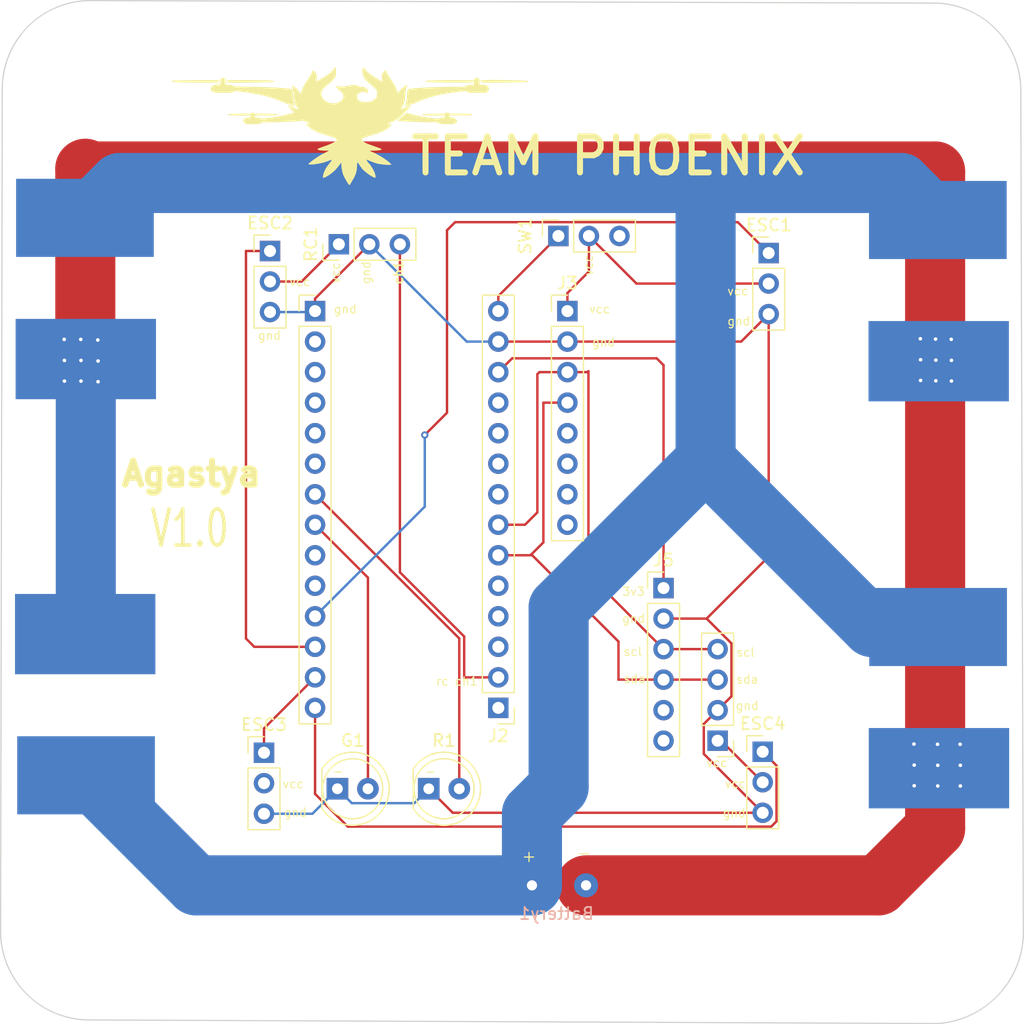
<source format=kicad_pcb>
(kicad_pcb (version 20240108) (generator "pcbnew") (generator_version "8.0")
  (layers (0 "F.Cu" signal) (31 "B.Cu" signal) (34 "B.Paste" user) (35 "F.Paste" user) (36 "B.SilkS" user "B.Silkscreen") (37 "F.SilkS" user "F.Silkscreen") (38 "B.Mask" user) (39 "F.Mask" user) (44 "Edge.Cuts" user))
  (net 0 "")
  (net 1 "5v mc")
  (net 2 "gnd")
  (net 3 "signal 1")
  (net 4 "signal 2")
  (net 5 "signal 3")
  (net 6 "signal 4")
  (net 7 "Net-(G1-A)")
  (net 11 "rc ch1")
  (net 12 "Net-(J1-Pin_7)")
  (net 20 "Net-(J2-Pin_14)")
  (net 22 "scl")
  (net 23 "3V3")
  (net 24 "sda")
  (net 32 "battery +")
  (net 33 "battery -")
  (net 35 "5v")
  (net 36 "5v rc")
  (footprint "LED_THT:LED_D5.0mm_FlatTop" (layer "F.Cu") (at 135.21 119)
    (property "Reference" "R1" (at 1.27 -4.01 0) (layer "F.SilkS"))
    (property "Value" "SFH482" (hide yes))
    (pad "1" thru_hole rect (at 0 0) (size 1.8 1.8) (drill 0.9) (layers "*.Cu" "*.Mask") (net 2 "gnd"))
    (pad "2" thru_hole circle (at 2.54 0) (size 1.8 1.8) (drill 0.9) (layers "*.Cu" "*.Mask") (net 12 "Net-(J1-Pin_7)"))
  )
  (footprint "Connector_PinHeader_2.54mm:PinHeader_1x08_P2.54mm_Vertical" (layer "F.Cu") (at 146.75 79.25)
    (property "Reference" "J3" (at 0 -2.33 0) (layer "F.SilkS"))
    (property "Value" "mpu")
    (pad "1" thru_hole rect (at 0 0) (size 1.7 1.7) (drill 1) (layers "*.Cu" "*.Mask") (net 1 "5v mc"))
    (pad "2" thru_hole oval (at 0 2.54) (size 1.7 1.7) (drill 1) (layers "*.Cu" "*.Mask") (net 2 "gnd"))
    (pad "3" thru_hole oval (at 0 5.08) (size 1.7 1.7) (drill 1) (layers "*.Cu" "*.Mask") (net 22 "scl"))
    (pad "4" thru_hole oval (at 0 7.62) (size 1.7 1.7) (drill 1) (layers "*.Cu" "*.Mask") (net 24 "sda"))
    (pad "5" thru_hole oval (at 0 10.16) (size 1.7 1.7) (drill 1) (layers "*.Cu" "*.Mask"))
    (pad "6" thru_hole oval (at 0 12.7) (size 1.7 1.7) (drill 1) (layers "*.Cu" "*.Mask"))
    (pad "7" thru_hole oval (at 0 15.24) (size 1.7 1.7) (drill 1) (layers "*.Cu" "*.Mask"))
    (pad "8" thru_hole oval (at 0 17.78) (size 1.7 1.7) (drill 1) (layers "*.Cu" "*.Mask"))
  )
  (footprint "MountingHole:MountingHole_4.3mm_M4" (layer "F.Cu") (at 177.05 130.98)
    (property "Reference" "REF**" (hide yes))
    (property "Value" "MountingHole_4.3mm_M4" (hide yes))
    (pad "" np_thru_hole circle (at 0 0) (size 4.3 4.3) (drill 4.3) (layers "F&B.Cu" "*.Mask"))
  )
  (footprint "Connector_PinHeader_2.54mm:PinHeader_1x14_P2.54mm_Vertical" (layer "F.Cu") (at 141 112.27 180)
    (property "Reference" "J2" (at 0 -2.33 180) (layer "F.SilkS"))
    (property "Value" "Conn_01x14_Socket" (hide yes))
    (pad "1" thru_hole rect (at 0 0 180) (size 1.7 1.7) (drill 1) (layers "*.Cu" "*.Mask"))
    (pad "2" thru_hole oval (at 0 2.54 180) (size 1.7 1.7) (drill 1) (layers "*.Cu" "*.Mask") (net 11 "rc ch1"))
    (pad "3" thru_hole oval (at 0 5.08 180) (size 1.7 1.7) (drill 1) (layers "*.Cu" "*.Mask"))
    (pad "4" thru_hole oval (at 0 7.62 180) (size 1.7 1.7) (drill 1) (layers "*.Cu" "*.Mask"))
    (pad "5" thru_hole oval (at 0 10.16 180) (size 1.7 1.7) (drill 1) (layers "*.Cu" "*.Mask"))
    (pad "6" thru_hole oval (at 0 12.7 180) (size 1.7 1.7) (drill 1) (layers "*.Cu" "*.Mask") (net 24 "sda"))
    (pad "7" thru_hole oval (at 0 15.24 180) (size 1.7 1.7) (drill 1) (layers "*.Cu" "*.Mask") (net 22 "scl"))
    (pad "8" thru_hole oval (at 0 17.78 180) (size 1.7 1.7) (drill 1) (layers "*.Cu" "*.Mask"))
    (pad "9" thru_hole oval (at 0 20.32 180) (size 1.7 1.7) (drill 1) (layers "*.Cu" "*.Mask"))
    (pad "10" thru_hole oval (at 0 22.86 180) (size 1.7 1.7) (drill 1) (layers "*.Cu" "*.Mask"))
    (pad "11" thru_hole oval (at 0 25.4 180) (size 1.7 1.7) (drill 1) (layers "*.Cu" "*.Mask"))
    (pad "12" thru_hole oval (at 0 27.94 180) (size 1.7 1.7) (drill 1) (layers "*.Cu" "*.Mask") (net 23 "3V3"))
    (pad "13" thru_hole oval (at 0 30.48 180) (size 1.7 1.7) (drill 1) (layers "*.Cu" "*.Mask") (net 2 "gnd"))
    (pad "14" thru_hole oval (at 0 33.02 180) (size 1.7 1.7) (drill 1) (layers "*.Cu" "*.Mask") (net 20 "Net-(J2-Pin_14)"))
  )
  (footprint "LED_THT:LED_D5.0mm_FlatTop" (layer "F.Cu") (at 127.61 119)
    (property "Reference" "G1" (at 1.27 -4.01 0) (layer "F.SilkS"))
    (property "Value" "SFH482" (hide yes))
    (pad "1" thru_hole rect (at 0 0) (size 1.8 1.8) (drill 0.9) (layers "*.Cu" "*.Mask") (net 2 "gnd"))
    (pad "2" thru_hole circle (at 2.54 0) (size 1.8 1.8) (drill 0.9) (layers "*.Cu" "*.Mask") (net 7 "Net-(G1-A)"))
  )
  (footprint "Connector_PinHeader_2.54mm:PinHeader_1x03_P2.54mm_Vertical" (layer "F.Cu") (at 122 74.25)
    (property "Reference" "ESC2" (at 0 -2.33 0) (layer "F.SilkS"))
    (property "Value" "Conn_01x03_Pin" (hide yes))
    (pad "1" thru_hole rect (at 0 0) (size 1.7 1.7) (drill 1) (layers "*.Cu" "*.Mask") (net 4 "signal 2"))
    (pad "2" thru_hole oval (at 0 2.54) (size 1.7 1.7) (drill 1) (layers "*.Cu" "*.Mask") (net 36 "5v rc"))
    (pad "3" thru_hole oval (at 0 5.08) (size 1.7 1.7) (drill 1) (layers "*.Cu" "*.Mask") (net 2 "gnd"))
  )
  (footprint "Connector_PinHeader_2.54mm:PinHeader_1x14_P2.54mm_Vertical" (layer "F.Cu") (at 125.75 79.25)
    (property "Reference" "J1" (hide yes))
    (property "Value" "Conn_01x14_Socket" (hide yes))
    (pad "1" thru_hole rect (at 0 0) (size 1.7 1.7) (drill 1) (layers "*.Cu" "*.Mask") (net 2 "gnd"))
    (pad "2" thru_hole oval (at 0 2.54) (size 1.7 1.7) (drill 1) (layers "*.Cu" "*.Mask"))
    (pad "3" thru_hole oval (at 0 5.08) (size 1.7 1.7) (drill 1) (layers "*.Cu" "*.Mask"))
    (pad "4" thru_hole oval (at 0 7.62) (size 1.7 1.7) (drill 1) (layers "*.Cu" "*.Mask"))
    (pad "5" thru_hole oval (at 0 10.16) (size 1.7 1.7) (drill 1) (layers "*.Cu" "*.Mask"))
    (pad "6" thru_hole oval (at 0 12.7) (size 1.7 1.7) (drill 1) (layers "*.Cu" "*.Mask"))
    (pad "7" thru_hole oval (at 0 15.24) (size 1.7 1.7) (drill 1) (layers "*.Cu" "*.Mask") (net 12 "Net-(J1-Pin_7)"))
    (pad "8" thru_hole oval (at 0 17.78) (size 1.7 1.7) (drill 1) (layers "*.Cu" "*.Mask") (net 7 "Net-(G1-A)"))
    (pad "9" thru_hole oval (at 0 20.32) (size 1.7 1.7) (drill 1) (layers "*.Cu" "*.Mask"))
    (pad "10" thru_hole oval (at 0 22.86) (size 1.7 1.7) (drill 1) (layers "*.Cu" "*.Mask"))
    (pad "11" thru_hole oval (at 0 25.4) (size 1.7 1.7) (drill 1) (layers "*.Cu" "*.Mask") (net 3 "signal 1"))
    (pad "12" thru_hole oval (at 0 27.94) (size 1.7 1.7) (drill 1) (layers "*.Cu" "*.Mask") (net 4 "signal 2"))
    (pad "13" thru_hole oval (at 0 30.48) (size 1.7 1.7) (drill 1) (layers "*.Cu" "*.Mask") (net 5 "signal 3"))
    (pad "14" thru_hole oval (at 0 33.02) (size 1.7 1.7) (drill 1) (layers "*.Cu" "*.Mask") (net 6 "signal 4"))
  )
  (footprint "Connector_PinSocket_2.54mm:PinSocket_1x03_P2.54mm_Vertical" (layer "F.Cu") (at 146 73 90)
    (property "Reference" "SW1" (at 0 -2.77 -90) (layer "F.SilkS"))
    (property "Value" "SW_SPST" (hide yes))
    (pad "1" thru_hole rect (at 0 0 90) (size 1.7 1.7) (drill 1) (layers "*.Cu" "*.Mask") (net 20 "Net-(J2-Pin_14)"))
    (pad "2" thru_hole oval (at 0 2.54 90) (size 1.7 1.7) (drill 1) (layers "*.Cu" "*.Mask") (net 1 "5v mc"))
    (pad "3" thru_hole oval (at 0 5.08 90) (size 1.7 1.7) (drill 1) (layers "*.Cu" "*.Mask"))
  )
  (footprint "Connector_PinHeader_2.54mm:PinHeader_1x06_P2.54mm_Vertical" (layer "F.Cu") (at 154.75 102.3)
    (property "Reference" "J5" (at 0 -2.33 0) (layer "F.SilkS"))
    (property "Value" "barometer")
    (pad "1" thru_hole rect (at 0 0) (size 1.7 1.7) (drill 1) (layers "*.Cu" "*.Mask") (net 23 "3V3"))
    (pad "2" thru_hole oval (at 0 2.54) (size 1.7 1.7) (drill 1) (layers "*.Cu" "*.Mask") (net 2 "gnd"))
    (pad "3" thru_hole oval (at 0 5.08) (size 1.7 1.7) (drill 1) (layers "*.Cu" "*.Mask") (net 22 "scl"))
    (pad "4" thru_hole oval (at 0 7.62) (size 1.7 1.7) (drill 1) (layers "*.Cu" "*.Mask") (net 24 "sda"))
    (pad "5" thru_hole oval (at 0 10.16) (size 1.7 1.7) (drill 1) (layers "*.Cu" "*.Mask"))
    (pad "6" thru_hole oval (at 0 12.7) (size 1.7 1.7) (drill 1) (layers "*.Cu" "*.Mask"))
  )
  (footprint "Connector_PinHeader_2.54mm:PinHeader_1x03_P2.54mm_Vertical" (layer "F.Cu") (at 163 115.92)
    (property "Reference" "ESC4" (at 0 -2.33 0) (layer "F.SilkS"))
    (property "Value" "Conn_01x03_Pin" (hide yes))
    (pad "1" thru_hole rect (at 0 0) (size 1.7 1.7) (drill 1) (layers "*.Cu" "*.Mask") (net 6 "signal 4"))
    (pad "2" thru_hole oval (at 0 2.54) (size 1.7 1.7) (drill 1) (layers "*.Cu" "*.Mask") (net 35 "5v"))
    (pad "3" thru_hole oval (at 0 5.08) (size 1.7 1.7) (drill 1) (layers "*.Cu" "*.Mask") (net 2 "gnd"))
  )
  (footprint "MountingHole:MountingHole_4.3mm_M4" (layer "F.Cu") (at 177.13 60.87)
    (property "Reference" "REF**" (hide yes))
    (property "Value" "MountingHole_4.3mm_M4" (hide yes))
    (pad "" np_thru_hole circle (at 0 0) (size 4.3 4.3) (drill 4.3) (layers "F&B.Cu" "*.Mask"))
  )
  (footprint "MountingHole:MountingHole_4.3mm_M4" (layer "F.Cu") (at 107 131)
    (property "Reference" "REF**" (hide yes))
    (property "Value" "MountingHole_4.3mm_M4" (hide yes))
    (pad "" np_thru_hole circle (at 0 0) (size 4.3 4.3) (drill 4.3) (layers "*.Cu" "*.Mask"))
  )
  (footprint "MountingHole:MountingHole_4.3mm_M4" (layer "F.Cu") (at 107.02 60.81)
    (property "Reference" "REF**" (hide yes))
    (property "Value" "MountingHole_4.3mm_M4" (hide yes))
    (pad "" np_thru_hole circle (at 0 0) (size 4.3 4.3) (drill 4.3) (layers "F&B.Cu" "*.Mask"))
  )
  (footprint "Connector_PinHeader_2.54mm:PinHeader_1x03_P2.54mm_Vertical" (layer "F.Cu") (at 163.5 74.42)
    (property "Reference" "ESC1" (at 0 -2.33 0) (layer "F.SilkS"))
    (property "Value" "Conn_01x03_Pin" (hide yes))
    (pad "1" thru_hole rect (at 0 0) (size 1.7 1.7) (drill 1) (layers "*.Cu" "*.Mask") (net 3 "signal 1"))
    (pad "2" thru_hole oval (at 0 2.54) (size 1.7 1.7) (drill 1) (layers "*.Cu" "*.Mask") (net 1 "5v mc"))
    (pad "3" thru_hole oval (at 0 5.08) (size 1.7 1.7) (drill 1) (layers "*.Cu" "*.Mask") (net 2 "gnd"))
  )
  (footprint "Connector_PinHeader_2.54mm:PinHeader_1x03_P2.54mm_Vertical" (layer "F.Cu") (at 121.5 116)
    (property "Reference" "ESC3" (at 0 -2.33 0) (layer "F.SilkS"))
    (property "Value" "Conn_01x03_Pin" (hide yes))
    (pad "1" thru_hole rect (at 0 0) (size 1.7 1.7) (drill 1) (layers "*.Cu" "*.Mask") (net 5 "signal 3"))
    (pad "2" thru_hole oval (at 0 2.54) (size 1.7 1.7) (drill 1) (layers "*.Cu" "*.Mask"))
    (pad "3" thru_hole oval (at 0 5.08) (size 1.7 1.7) (drill 1) (layers "*.Cu" "*.Mask") (net 2 "gnd"))
  )
  (footprint "Connector_PinHeader_2.54mm:PinHeader_1x04_P2.54mm_Vertical" (layer "F.Cu") (at 159.25 115 180)
    (property "Reference" "J6" (hide yes))
    (property "Value" "display")
    (pad "1" thru_hole rect (at 0 0 180) (size 1.7 1.7) (drill 1) (layers "*.Cu" "*.Mask") (net 35 "5v"))
    (pad "2" thru_hole oval (at 0 2.54 180) (size 1.7 1.7) (drill 1) (layers "*.Cu" "*.Mask") (net 2 "gnd"))
    (pad "3" thru_hole oval (at 0 5.08 180) (size 1.7 1.7) (drill 1) (layers "*.Cu" "*.Mask") (net 24 "sda"))
    (pad "4" thru_hole oval (at 0 7.62 180) (size 1.7 1.7) (drill 1) (layers "*.Cu" "*.Mask") (net 22 "scl"))
  )
  (footprint "LOGO" (layer "F.Cu") (at 128.68 63.79)
    (property "Reference" "G***" (hide yes))
    (property "Value" "LOGO" (hide yes))
  )
  (footprint "Connector_PinHeader_2.54mm:PinHeader_1x03_P2.54mm_Vertical" (layer "F.Cu") (at 127.73 73.69 90)
    (property "Reference" "RC1" (at 0 -2.33 -90) (layer "F.SilkS"))
    (property "Value" "Conn_01x03_Pin" (hide yes))
    (pad "1" thru_hole rect (at 0 0 90) (size 1.7 1.7) (drill 1) (layers "*.Cu" "*.Mask") (net 36 "5v rc"))
    (pad "2" thru_hole oval (at 0 2.54 90) (size 1.7 1.7) (drill 1) (layers "*.Cu" "*.Mask") (net 2 "gnd"))
    (pad "3" thru_hole oval (at 0 5.08 90) (size 1.7 1.7) (drill 1) (layers "*.Cu" "*.Mask") (net 11 "rc ch1"))
  )
  (footprint "Library:battery connector banana" (layer "B.Cu") (at 105.33 76.74 -90)
    (property "Reference" "power_ESC2" (hide yes))
    (property "Value" "Conn_01x02_Socket" (hide yes))
    (pad "1" smd rect (at -5.25 -1.27 270) (size 6.5 11.46) (layers "B.Cu" "B.Paste" "B.Mask") (net 32 "battery +"))
    (pad "2" smd rect (at 6.5 -1.34125 270) (size 6.68375 11.6825) (layers "B.Cu" "B.Paste" "B.Mask") (net 33 "battery -"))
  )
  (footprint "Library:battery connector banana" (layer "B.Cu") (at 176.32875 110.789063 -90)
    (property "Reference" "power_ESC4" (hide yes))
    (property "Value" "Conn_01x02_Socket" (hide yes))
    (pad "1" smd rect (at -5.25 -1.27 270) (size 6.5 11.46) (layers "B.Cu" "B.Paste" "B.Mask") (net 32 "battery +"))
    (pad "2" smd rect (at 6.5 -1.34125 270) (size 6.68375 11.6825) (layers "B.Cu" "B.Paste" "B.Mask") (net 33 "battery -"))
  )
  (footprint "Connector_Wire:SolderWire-0.25sqmm_1x02_P4.5mm_D0.65mm_OD2mm" (layer "B.Cu") (at 143.8 127.04)
    (property "Reference" "Battery1" (at 2.03 2.35 0) (layer "B.SilkS") (effects (justify mirror)))
    (property "Value" "Conn_01x02_Socket" (hide yes))
    (pad "1" thru_hole roundrect (at 0 0) (size 2 2) (drill 0.85) (layers "*.Cu" "*.Mask") (roundrect_rratio 0.125) (net 32 "battery +"))
    (pad "2" thru_hole circle (at 4.5 0) (size 2 2) (drill 0.85) (layers "*.Cu" "*.Mask") (net 33 "battery -"))
  )
  (footprint "Library:battery connector banana" (layer "B.Cu") (at 176.3075 76.918126 -90)
    (property "Reference" "power_ESC3" (hide yes))
    (property "Value" "Conn_01x02_Socket" (hide yes))
    (pad "1" smd rect (at -5.25 -1.27 270) (size 6.5 11.46) (layers "B.Cu" "B.Paste" "B.Mask") (net 32 "battery +"))
    (pad "2" smd rect (at 6.5 -1.34125 270) (size 6.68375 11.6825) (layers "B.Cu" "B.Paste" "B.Mask") (net 33 "battery -"))
  )
  (footprint "Library:battery connector banana" (layer "B.Cu") (at 107.96125 112.630938 90)
    (property "Reference" "power_ESC1" (hide yes))
    (property "Value" "Conn_01x02_Socket" (hide yes))
    (pad "1" smd rect (at -5.25 -1.27 90) (size 6.5 11.46) (layers "B.Cu" "B.Paste" "B.Mask") (net 32 "battery +"))
    (pad "2" smd rect (at 6.5 -1.34125 90) (size 6.68375 11.6825) (layers "B.Cu" "B.Paste" "B.Mask") (net 33 "battery -"))
  )
  (gr_line (start 106.950755 53.410752) (end 177.209489 53.61934) (stroke (width 0.1)) (layer "Edge.Cuts"))
  (gr_arc (start 106.97 138.240241) (mid 101.765566 136.09686) (end 99.580001 130.91) (stroke (width 0.1)) (layer "Edge.Cuts"))
  (gr_line (start 184.48 60.74) (end 184.69 130.86) (stroke (width 0.1)) (layer "Edge.Cuts"))
  (gr_line (start 106.97 138.240243) (end 177.57 138.54) (stroke (width 0.1)) (layer "Edge.Cuts"))
  (gr_arc (start 184.698256 130.859957) (mid 182.653167 136.109879) (end 177.57 138.54) (stroke (width 0.1)) (layer "Edge.Cuts"))
  (gr_line (start 99.719282 60.910014) (end 99.58 130.91) (stroke (width 0.1)) (layer "Edge.Cuts"))
  (gr_arc (start 99.721683 60.909961) (mid 101.775487 55.655845) (end 106.950755 53.410752) (stroke (width 0.1)) (layer "Edge.Cuts"))
  (gr_arc (start 177.209488 53.618862) (mid 182.303857 55.689712) (end 184.48 60.74) (stroke (width 0.1)) (layer "Edge.Cuts"))
  (gr_text "rc ch1" (at 135.75 110.47 0) (layer "F.SilkS") (effects (font (size 0.7 0.7) (thickness 0.1)) (justify left bottom)))
  (gr_text "vcc\n" (at 123 119.01 0) (layer "F.SilkS") (effects (font (size 0.7 0.7) (thickness 0.1)) (justify left bottom)))
  (gr_text "gnd" (at 160 80.5 0) (layer "F.SilkS") (effects (font (size 0.7 0.7) (thickness 0.1)) (justify left bottom)))
  (gr_text "gnd" (at 130.41 77.07 90) (layer "F.SilkS") (effects (font (size 0.7 0.7) (thickness 0.1)) (justify left bottom)))
  (gr_text "vcc\n" (at 148.5 79.5 0) (layer "F.SilkS") (effects (font (size 0.7 0.7) (thickness 0.1)) (justify left bottom)))
  (gr_text "vcc\n" (at 127.87 77.01 90) (layer "F.SilkS") (effects (font (size 0.7 0.7) (thickness 0.1)) (justify left bottom)))
  (gr_text "V1.0" (at 111.88 99.1 0) (layer "F.SilkS") (effects (font (size 3 2) (thickness 0.3)) (justify left bottom)))
  (gr_text "gnd" (at 159.62 121.43 0) (layer "F.SilkS") (effects (font (size 0.7 0.7) (thickness 0.1)) (justify left bottom)))
  (gr_text "gnd" (at 148.75 82.25 0) (layer "F.SilkS") (effects (font (size 0.7 0.7) (thickness 0.1)) (justify left bottom)))
  (gr_text "3v3" (at 151.25 103 0) (layer "F.SilkS") (effects (font (size 0.7 0.7) (thickness 0.1)) (justify left bottom)))
  (gr_text "-" (at 147.47 124.93 0) (layer "F.SilkS") (effects (font (size 1 1) (thickness 0.1)) (justify left bottom)))
  (gr_text "gnd" (at 120.94 81.69 0) (layer "F.SilkS") (effects (font (size 0.7 0.7) (thickness 0.1)) (justify left bottom)))
  (gr_text "TEAM PHOENIX" (at 133.47 68.1 0) (layer "F.SilkS") (effects (font (size 3 3) (thickness 0.5) (bold yes)) (justify left bottom)))
  (gr_text "vcc\n" (at 159.79 119 0) (layer "F.SilkS") (effects (font (size 0.7 0.7) (thickness 0.1)) (justify left bottom)))
  (gr_text "gnd" (at 127.25 79.5 0) (layer "F.SilkS") (effects (font (size 0.7 0.7) (thickness 0.1)) (justify left bottom)))
  (gr_text "-" (at 134.86 117.98 0) (layer "F.SilkS") (effects (font (size 0.7 0.7) (thickness 0.1)) (justify left bottom)))
  (gr_text "scl\n\nsda" (at 160.74 110.31 0) (layer "F.SilkS") (effects (font (size 0.7 0.7) (thickness 0.1)) (justify left bottom)))
  (gr_text "+" (at 142.87 125.19 0) (layer "F.SilkS") (effects (font (size 1 1) (thickness 0.1)) (justify left bottom)))
  (gr_text "scl\n\nsda" (at 151.37 110.26 0) (layer "F.SilkS") (effects (font (size 0.7 0.7) (thickness 0.1)) (justify left bottom)))
  (gr_text "vcc\n" (at 148.92 76.37 90) (layer "F.SilkS") (effects (font (size 0.7 0.7) (thickness 0.1)) (justify left bottom)))
  (gr_text "vcc\n" (at 158.25 117.25 0) (layer "F.SilkS") (effects (font (size 0.7 0.7) (thickness 0.1)) (justify left bottom)))
  (gr_text "vcc\n" (at 123.55 77.22 0) (layer "F.SilkS") (effects (font (size 0.7 0.7) (thickness 0.1)) (justify left bottom)))
  (gr_text "gnd" (at 123.1 121.38 0) (layer "F.SilkS") (effects (font (size 0.7 0.7) (thickness 0.1)) (justify left bottom)))
  (gr_text "vcc\n" (at 160 78 0) (layer "F.SilkS") (effects (font (size 0.7 0.7) (thickness 0.1)) (justify left bottom)))
  (gr_text "Agastya" (at 109.42 93.96 0) (layer "F.SilkS") (effects (font (size 2 2) (thickness 0.5) (bold yes)) (justify left bottom)))
  (gr_text "gnd" (at 160.7 112.5 0) (layer "F.SilkS") (effects (font (size 0.7 0.7) (thickness 0.1)) (justify left bottom)))
  (gr_text "ch1" (at 133.11 77.1 90) (layer "F.SilkS") (effects (font (size 0.7 0.7)) (justify left bottom)))
  (gr_text "-" (at 127.17 117.96 0) (layer "F.SilkS") (effects (font (size 0.7 0.7) (thickness 0.1)) (justify left bottom)))
  (gr_text "gnd" (at 151.25 105.25 0) (layer "F.SilkS") (effects (font (size 0.7 0.7) (thickness 0.1)) (justify left bottom)))
  (segment (start 148.54 73) (end 152.5 76.96) (width 0.2) (layer "F.Cu") (net 1))
  (segment (start 146.75 79.25) (end 146.75 77.75) (width 0.2) (layer "F.Cu") (net 1))
  (segment (start 148.54 75.96) (end 148.54 73) (width 0.2) (layer "F.Cu") (net 1))
  (segment (start 152.5 76.96) (end 163.5 76.96) (width 0.2) (layer "F.Cu") (net 1))
  (segment (start 146.75 77.75) (end 148.54 75.96) (width 0.2) (layer "F.Cu") (net 1))
  (segment (start 163.5 79.5) (end 161.21 81.79) (width 0.2) (layer "F.Cu") (net 2))
  (segment (start 163 121) (end 158.1 116.1) (width 0.2) (layer "F.Cu") (net 2))
  (segment (start 141 81.79) (end 146.75 81.79) (width 0.2) (layer "F.Cu") (net 2))
  (segment (start 158.336346 104.84) (end 154.75 104.84) (width 0.2) (layer "F.Cu") (net 2))
  (segment (start 125.75 78.21) (end 125.75 79.25) (width 0.2) (layer "F.Cu") (net 2))
  (segment (start 137.21 121) (end 163 121) (width 0.2) (layer "F.Cu") (net 2))
  (segment (start 160.4 106.903654) (end 158.336346 104.84) (width 0.2) (layer "F.Cu") (net 2))
  (segment (start 158.1 113.61) (end 159.25 112.46) (width 0.2) (layer "F.Cu") (net 2))
  (segment (start 158.1 116.1) (end 158.1 113.61) (width 0.2) (layer "F.Cu") (net 2))
  (segment (start 159.25 112.46) (end 160.4 111.31) (width 0.2) (layer "F.Cu") (net 2))
  (segment (start 163.5 79.5) (end 163.5 99.676346) (width 0.2) (layer "F.Cu") (net 2))
  (segment (start 163.5 99.676346) (end 158.336346 104.84) (width 0.2) (layer "F.Cu") (net 2))
  (segment (start 160.4 111.31) (end 160.4 106.903654) (width 0.2) (layer "F.Cu") (net 2))
  (segment (start 130.27 73.69) (end 125.75 78.21) (width 0.2) (layer "F.Cu") (net 2))
  (segment (start 161.21 81.79) (end 146.75 81.79) (width 0.2) (layer "F.Cu") (net 2))
  (segment (start 135.21 119) (end 137.21 121) (width 0.2) (layer "F.Cu") (net 2))
  (segment (start 128.81 120.2) (end 134.01 120.2) (width 0.2) (layer "B.Cu") (net 2))
  (segment (start 121.5 121.08) (end 125.53 121.08) (width 0.2) (layer "B.Cu") (net 2))
  (segment (start 122 79.33) (end 125.67 79.33) (width 0.2) (layer "B.Cu") (net 2))
  (segment (start 134.01 120.2) (end 135.21 119) (width 0.2) (layer "B.Cu") (net 2))
  (segment (start 130.27 73.69) (end 138.37 81.79) (width 0.2) (layer "B.Cu") (net 2))
  (segment (start 125.53 121.08) (end 127.61 119) (width 0.2) (layer "B.Cu") (net 2))
  (segment (start 138.37 81.79) (end 141 81.79) (width 0.2) (layer "B.Cu") (net 2))
  (segment (start 127.61 119) (end 128.81 120.2) (width 0.2) (layer "B.Cu") (net 2))
  (segment (start 136.73 72.523654) (end 136.73 87.71) (width 0.2) (layer "F.Cu") (net 3))
  (segment (start 160.93 71.85) (end 137.403654 71.85) (width 0.2) (layer "F.Cu") (net 3))
  (segment (start 163.5 74.42) (end 160.93 71.85) (width 0.2) (layer "F.Cu") (net 3))
  (segment (start 136.73 87.71) (end 134.88 89.56) (width 0.2) (layer "F.Cu") (net 3))
  (segment (start 137.403654 71.85) (end 136.73 72.523654) (width 0.2) (layer "F.Cu") (net 3))
  (via (at 134.88 89.56) (size 0.6) (drill 0.3) (layers "F.Cu" "B.Cu") (net 3))
  (segment (start 134.88 89.56) (end 134.88 95.52) (width 0.2) (layer "B.Cu") (net 3))
  (segment (start 134.88 95.52) (end 125.75 104.65) (width 0.2) (layer "B.Cu") (net 3))
  (segment (start 120 74.25) (end 120 106.5) (width 0.2) (layer "F.Cu") (net 4))
  (segment (start 120.69 107.19) (end 125.75 107.19) (width 0.2) (layer "F.Cu") (net 4))
  (segment (start 120 106.5) (end 120.69 107.19) (width 0.2) (layer "F.Cu") (net 4))
  (segment (start 122 74.25) (end 120 74.25) (width 0.2) (layer "F.Cu") (net 4))
  (segment (start 121.5 116) (end 121.5 113.98) (width 0.2) (layer "F.Cu") (net 5))
  (segment (start 121.5 113.98) (end 125.75 109.73) (width 0.2) (layer "F.Cu") (net 5))
  (segment (start 164.15 117.07) (end 164.15 121.71) (width 0.2) (layer "F.Cu") (net 6))
  (segment (start 125.75 119.43) (end 125.75 112.27) (width 0.2) (layer "F.Cu") (net 6))
  (segment (start 164.15 121.71) (end 163.71 122.15) (width 0.2) (layer "F.Cu") (net 6))
  (segment (start 128.47 122.15) (end 125.75 119.43) (width 0.2) (layer "F.Cu") (net 6))
  (segment (start 163 115.92) (end 164.15 117.07) (width 0.2) (layer "F.Cu") (net 6))
  (segment (start 163.71 122.15) (end 128.47 122.15) (width 0.2) (layer "F.Cu") (net 6))
  (segment (start 130.15 101.43) (end 125.75 97.03) (width 0.2) (layer "F.Cu") (net 7))
  (segment (start 130.15 119) (end 130.15 101.43) (width 0.2) (layer "F.Cu") (net 7))
  (segment (start 132.81 100.984314) (end 138.16 106.334314) (width 0.2) (layer "F.Cu") (net 11))
  (segment (start 138.16 106.334314) (end 138.16 109.75) (width 0.2) (layer "F.Cu") (net 11))
  (segment (start 138.16 109.75) (end 138.18 109.73) (width 0.2) (layer "F.Cu") (net 11))
  (segment (start 132.81 73.69) (end 132.81 100.984314) (width 0.2) (layer "F.Cu") (net 11))
  (segment (start 138.18 109.73) (end 141 109.73) (width 0.2) (layer "F.Cu") (net 11))
  (segment (start 137.75 119) (end 137.75 106.49) (width 0.2) (layer "F.Cu") (net 12))
  (segment (start 137.75 106.49) (end 125.75 94.49) (width 0.2) (layer "F.Cu") (net 12))
  (segment (start 141 78) (end 146 73) (width 0.2) (layer "F.Cu") (net 20))
  (segment (start 141 79.25) (end 141 78) (width 0.2) (layer "F.Cu") (net 20))
  (segment (start 143.22 97.03) (end 141 97.03) (width 0.2) (layer "F.Cu") (net 22))
  (segment (start 144.42 84.33) (end 144.25 84.5) (width 0.2) (layer "F.Cu") (net 22))
  (segment (start 159.25 107.38) (end 154.75 107.38) (width 0.2) (layer "F.Cu") (net 22))
  (segment (start 144.25 84.5) (end 144.25 96) (width 0.2) (layer "F.Cu") (net 22))
  (segment (start 146.75 84.33) (end 144.42 84.33) (width 0.2) (layer "F.Cu") (net 22))
  (segment (start 144.25 96) (end 143.22 97.03) (width 0.2) (layer "F.Cu") (net 22))
  (segment (start 148.5 84.25) (end 148.5 101.13) (width 0.2) (layer "F.Cu") (net 22))
  (segment (start 146.75 84.33) (end 148.42 84.33) (width 0.2) (layer "F.Cu") (net 22))
  (segment (start 148.42 84.33) (end 148.5 84.25) (width 0.2) (layer "F.Cu") (net 22))
  (segment (start 148.5 101.13) (end 154.75 107.38) (width 0.2) (layer "F.Cu") (net 22))
  (segment (start 154.75 83.75) (end 154.18 83.18) (width 0.2) (layer "F.Cu") (net 23))
  (segment (start 154.18 83.18) (end 142.15 83.18) (width 0.2) (layer "F.Cu") (net 23))
  (segment (start 154.75 102.3) (end 154.75 83.75) (width 0.2) (layer "F.Cu") (net 23))
  (segment (start 142.15 83.18) (end 141 84.33) (width 0.2) (layer "F.Cu") (net 23))
  (segment (start 144.75 86.87) (end 144.75 98.5) (width 0.2) (layer "F.Cu") (net 24))
  (segment (start 151 109.92) (end 154.75 109.92) (width 0.2) (layer "F.Cu") (net 24))
  (segment (start 144.75 98.5) (end 143.75 99.5) (width 0.2) (layer "F.Cu") (net 24))
  (segment (start 143.75 99.5) (end 143.68 99.57) (width 0.2) (layer "F.Cu") (net 24))
  (segment (start 146.75 86.87) (end 144.75 86.87) (width 0.2) (layer "F.Cu") (net 24))
  (segment (start 143.75 99.5) (end 151 106.75) (width 0.2) (layer "F.Cu") (net 24))
  (segment (start 143.68 99.57) (end 141 99.57) (width 0.2) (layer "F.Cu") (net 24))
  (segment (start 151 106.75) (end 151 109.92) (width 0.2) (layer "F.Cu") (net 24))
  (segment (start 159.25 109.92) (end 154.75 109.92) (width 0.2) (layer "F.Cu") (net 24))
  (segment (start 143.8 121.08) (end 143.8 127.04) (width 5) (layer "B.Cu") (net 32))
  (segment (start 177.5775 71.668126) (end 174.499374 68.59) (width 5) (layer "B.Cu") (net 32))
  (segment (start 158.25 68.59) (end 158.25 91.7) (width 5) (layer "B.Cu") (net 32))
  (segment (start 115.850312 127.04) (end 143.8 127.04) (width 5) (layer "B.Cu") (net 32))
  (segment (start 109.5 68.59) (end 158.25 68.59) (width 5) (layer "B.Cu") (net 32))
  (segment (start 174.499374 68.59) (end 158.25 68.59) (width 5) (layer "B.Cu") (net 32))
  (segment (start 172.089063 105.539063) (end 158.25 91.7) (width 5) (layer "B.Cu") (net 32))
  (segment (start 158.25 91.7) (end 146.02 103.93) (width 5) (layer "B.Cu") (net 32))
  (segment (start 146.02 103.93) (end 146.02 118.86) (width 5) (layer "B.Cu") (net 32))
  (segment (start 106.6 71.49) (end 109.5 68.59) (width 5) (layer "B.Cu") (net 32))
  (segment (start 106.69125 117.880938) (end 115.850312 127.04) (width 5) (layer "B.Cu") (net 32))
  (segment (start 146.02 118.86) (end 143.8 121.08) (width 5) (layer "B.Cu") (net 32))
  (segment (start 177.59875 105.539063) (end 172.089063 105.539063) (width 5) (layer "B.Cu") (net 32))
  (segment (start 177.35 67.63) (end 177.35 122.31) (width 5) (layer "F.Cu") (net 33))
  (segment (start 172.62 127.04) (end 148.3 127.04) (width 5) (layer "F.Cu") (net 33))
  (segment (start 106.85 67.63) (end 177.35 67.63) (width 5) (layer "F.Cu") (net 33))
  (segment (start 106.63 84.11) (end 106.63 67.41) (width 5) (layer "F.Cu") (net 33))
  (segment (start 106.63 67.41) (end 106.85 67.63) (width 5) (layer "F.Cu") (net 33))
  (segment (start 177.35 122.31) (end 172.62 127.04) (width 5) (layer "F.Cu") (net 33))
  (via (at 178.69 81.6) (size 0.6) (drill 0.3) (layers "F.Cu" "B.Cu") (net 33))
  (via (at 107.69 85.124899) (size 0.6) (drill 0.3) (layers "F.Cu" "B.Cu") (net 33))
  (via (at 177.55 115.3) (size 0.6) (drill 0.3) (layers "F.Cu" "B.Cu") (net 33))
  (via (at 106.27 83.354899) (size 0.6) (drill 0.3) (layers "F.Cu" "B.Cu") (net 33))
  (via (at 177.39 81.58) (size 0.6) (drill 0.3) (layers "F.Cu" "B.Cu") (net 33))
  (via (at 179.45 118.77) (size 0.6) (drill 0.3) (layers "F.Cu" "B.Cu") (net 33))
  (via (at 175.61 117.03) (size 0.6) (drill 0.3) (layers "F.Cu" "B.Cu") (net 33))
  (via (at 106.25 81.604899) (size 0.6) (drill 0.3) (layers "F.Cu" "B.Cu") (net 33))
  (via (at 176.12 81.55) (size 0.6) (drill 0.3) (layers "F.Cu" "B.Cu") (net 33))
  (via (at 178.71 85.07) (size 0.6) (drill 0.3) (layers "F.Cu" "B.Cu") (net 33))
  (via (at 176.14 85.02) (size 0.6) (drill 0.3) (layers "F.Cu" "B.Cu") (net 33))
  (via (at 104.89 83.354899) (size 0.6) (drill 0.3) (layers "F.Cu" "B.Cu") (net 33))
  (via (at 107.67 81.654899) (size 0.6) (drill 0.3) (layers "F.Cu" "B.Cu") (net 33))
  (via (at 179.45 117.05) (size 0.6) (drill 0.3) (layers "F.Cu" "B.Cu") (net 33))
  (via (at 176.14 83.3) (size 0.6) (drill 0.3) (layers "F.Cu" "B.Cu") (net 33))
  (via (at 104.87 81.604899) (size 0.6) (drill 0.3) (layers "F.Cu" "B.Cu") (net 33))
  (via (at 107.69 83.404899) (size 0.6) (drill 0.3) (layers "F.Cu" "B.Cu") (net 33))
  (via (at 177.41 85.05) (size 0.6) (drill 0.3) (layers "F.Cu" "B.Cu") (net 33))
  (via (at 179.43 115.3) (size 0.6) (drill 0.3) (layers "F.Cu" "B.Cu") (net 33))
  (via (at 175.61 118.75) (size 0.6) (drill 0.3) (layers "F.Cu" "B.Cu") (net 33))
  (via (at 106.27 85.074899) (size 0.6) (drill 0.3) (layers "F.Cu" "B.Cu") (net 33))
  (via (at 178.71 83.35) (size 0.6) (drill 0.3) (layers "F.Cu" "B.Cu") (net 33))
  (via (at 177.57 117.05) (size 0.6) (drill 0.3) (layers "F.Cu" "B.Cu") (net 33))
  (via (at 177.41 83.33) (size 0.6) (drill 0.3) (layers "F.Cu" "B.Cu") (net 33))
  (via (at 104.89 85.074899) (size 0.6) (drill 0.3) (layers "F.Cu" "B.Cu") (net 33))
  (via (at 175.59 115.28) (size 0.6) (drill 0.3) (layers "F.Cu" "B.Cu") (net 33))
  (via (at 177.57 118.77) (size 0.6) (drill 0.3) (layers "F.Cu" "B.Cu") (net 33))
  (segment (start 106.67125 83.24) (end 106.67125 106.079688) (width 5) (layer "B.Cu") (net 33))
  (segment (start 106.67125 106.079688) (end 106.62 106.130938) (width 5) (layer "B.Cu") (net 33))
  (segment (start 159.54 115) (end 159.25 115) (width 0.2) (layer "F.Cu") (net 35))
  (segment (start 163 118.46) (end 159.54 115) (width 0.2) (layer "F.Cu") (net 35))
  (segment (start 124.63 76.79) (end 127.73 73.69) (width 0.2) (layer "F.Cu") (net 36))
  (segment (start 122 76.79) (end 124.63 76.79) (width 0.2) (layer "F.Cu") (net 36))
)
</source>
